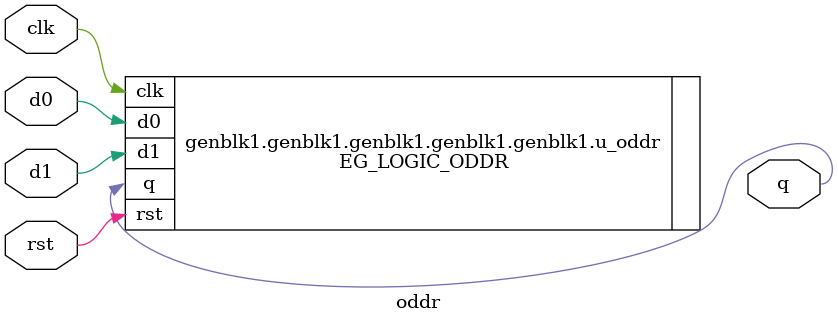
<source format=v>
module lvds_tx
#(
    parameter PROTOCOL = "VESA", // 协议：JEIDA、VESA
    parameter DEVICE = "PH1" ,// "AL3"  "EF1"  "EF2"  "EF3"  "EG4"  "PH1"
    parameter CLOCKINV = 0,      // 时钟极性反转
	parameter DATA0INV = 0,      // 数据0极性反转
	parameter DATA1INV = 0,      // 数据1极性反转
	parameter DATA2INV = 0,      // 数据2极性反转
	parameter DATA3INV = 0,      // 数据3极性反转
	parameter DATA4INV = 0       // 数据4极性反转 
)
(
    // lvds
    output  wire        lvds_clk,
    output  wire [3:0]  lvds_data,
	
    
    // pll
    input   wire        sclk, // sclk = pclk * 3.5
    input   wire        pclk, // sclk = lvds_clk
    input   wire        rst,
    input   wire        re,
    
    // video
    input   wire        vs,
    input   wire        hs,
    input   wire        de,
    input   wire [23:0] rgb
//	input   wire [29:0] rgb
);

localparam na = 0;

reg ren;
reg spen;
reg lvds_clk0;
reg lvds_clk1;
reg [2:0] wcnt;
reg [2:0] rcnt;
wire [7:0] r,g,b;
wire [27:0]	para0;
wire [27:0]	para1;
reg [27:0] para2;
reg [27:0] para3;

//wire [9:0] r,g,b;
//wire [34:0]	para0;
//wire [34:0]	para1;
//reg [34:0] para2;
//reg [34:0] para3;

reg [27:0] ram [0:7];
//reg [34:0] ram [0:7];
reg [6:0] lvds_clk_sft;
reg [6:0] lvds_syn_sft;
reg [13:0] serial_sft0;
reg [13:0] serial_sft1;
reg [13:0] serial_sft2;
reg [13:0] serial_sft3;
reg [13:0] serial_sft4;
reg [13:0] serial_sft5;
reg lvds_data0_0;
reg lvds_data0_1;
reg lvds_data1_0;
reg lvds_data1_1;
reg lvds_data2_0;
reg lvds_data2_1;
reg lvds_data3_0;
reg lvds_data3_1;
reg lvds_data4_0;
reg lvds_data4_1;
reg lvds_data5_0;
reg lvds_data5_1;

assign {r,g,b} = rgb;

// 协议处理
generate
     //VESA协议处理
    if(PROTOCOL == "VESA")
    begin
        assign para0[6:0] = {g[0],r[5:0]};
        assign para0[13:7] = {b[1:0],g[5:1]};
        assign para0[20:14] = {de,vs,hs,b[5:2]};
        assign para0[27:21] = {na,b[7:6],g[7:6],r[7:6]};
    end




//	if(PROTOCOL == "CameraLink")
//    begin
//assign para0[6:0] = {r[8],r[9],g[8],g[9],b[8],b[9],re};
//        assign para0[13:7] = {r[6],r[7],g[6],g[7],b[6],b[7],re};
//        assign para0[20:14] = {b[2],b[3],b[4],b[5],hs,vs,de};
//        assign para0[27:21] = {g[1],g[2],g[3],g[4],g[5],b[0],b[1]};
//        assign para0[34:28] = {r[0],r[1],r[2],r[3],r[4],r[5],g[0]};
//    end
    
    // JEIDA协议处理
    else if(PROTOCOL == "JEIDA")
    begin
        assign para0[6:0] = {g[2],r[7:2]};
        assign para0[13:7] = {b[3:2],g[7:3]};
        assign para0[20:14] = {de,vs,hs,b[7:4]};
        assign para0[27:21] = {na,b[1:0],g[1:0],r[1:0]};
    end
endgenerate

// 写数据地址错开
always@(posedge pclk, posedge rst)
begin
	if(rst)
		wcnt <= 0;
	else
		wcnt <= wcnt + 1;
end

// 数据写入
always@(posedge pclk)
begin
    ram[wcnt] <= para0;
end

// 读数据地址错开
always@(posedge sclk,posedge rst)
begin
	if(rst)
		rcnt <= 4;
	else if(ren)
		rcnt <= rcnt + 1;
end

// 数据输出
assign para1 = ram[rcnt];

// lvds时钟生成
always@(posedge sclk, posedge rst)
begin
	if(rst)
		lvds_clk_sft <= 7'b1100011;
	else
		lvds_clk_sft <= {lvds_clk_sft[4:0],lvds_clk_sft[6:5]};
end

// lvds时钟同步寄存器
always@(posedge sclk, posedge rst)
begin
	if(rst)
		lvds_syn_sft <= 7'b0000001;
	else
		lvds_syn_sft <= {lvds_syn_sft[5:0],lvds_syn_sft[6]};
end

// lvds时钟相位控制
always@(posedge sclk)
begin
	lvds_clk0 <= lvds_clk_sft[6];
	lvds_clk1 <= lvds_clk_sft[5];
end

// 串行时钟数据访问
always@(posedge sclk)
begin
	ren <= |lvds_syn_sft[3:2];
	spen <= lvds_syn_sft[5];
end

// lvds时钟输出
oddr
#(
    .DEVICE (DEVICE     )
)
u_oddr
(
	.clk	(sclk		),
	.rst	(1'b0		),
	.d0		(lvds_clk0	),
	.d1		(lvds_clk1	),
	.q		(lvds_clk	)
);

// 数据延时拼接
always@(posedge sclk)
begin
	para2 <= para1;
	para3 <= para2;
end

// 数据并串转换
always@(posedge sclk)
begin
	if(spen)
	begin
		serial_sft0 <= {para3[6:0],para2[6:0]};
	    serial_sft1 <= {para3[13:7],para2[13:7]};
	    serial_sft2 <= {para3[20:14],para2[20:14]};
	    serial_sft3 <= {para3[27:21],para2[27:21]};
//        serial_sft4 <= {para3[34:28],para2[34:28]};
	end
	else
	begin
		serial_sft0 <= (serial_sft0 << 2);
		serial_sft1 <= (serial_sft1 << 2);
		serial_sft2 <= (serial_sft2 << 2);
		serial_sft3 <= (serial_sft3 << 2);
//        serial_sft4 <= (serial_sft4 << 2);
	end
end

// 提取双边沿发送数据
always@(posedge sclk)
begin
	lvds_data0_0 <= serial_sft0[13];
	lvds_data0_1 <= serial_sft0[12];
	lvds_data1_0 <= serial_sft1[13];
	lvds_data1_1 <= serial_sft1[12];
	lvds_data2_0 <= serial_sft2[13];
	lvds_data2_1 <= serial_sft2[12];
	lvds_data3_0 <= serial_sft3[13];
	lvds_data3_1 <= serial_sft3[12];
  lvds_data4_0 <= serial_sft4[13];
	lvds_data4_1 <= serial_sft4[12];
end

// 双边沿数据输出
oddr
#(
    .DEVICE (DEVICE             )
)
u0_oddr
(
	.clk	(sclk				),
	.rst	(1'b0				),
	.d0		(lvds_data0_0		),
	.d1		(lvds_data0_1		),
	.q		(lvds_data[0]		)
);

// 双边沿数据输出
oddr
#(
    .DEVICE (DEVICE             )
)
u1_oddr
(
	.clk	(sclk				),
	.rst	(1'b0				),
	.d0		(lvds_data1_0		),
	.d1		(lvds_data1_1		),
	.q		(lvds_data[1]		)
);

// 双边沿数据输出
oddr
#(
    .DEVICE (DEVICE             )
)
u2_oddr
(
	.clk	(sclk				),
	.rst	(1'b0				),
	.d0		(lvds_data2_0		),
	.d1		(lvds_data2_1		),
	.q		(lvds_data[2]		)
);

// 双边沿数据输出
oddr
#(
    .DEVICE (DEVICE             )
)
u3_oddr
(
	.clk	(sclk				),
	.rst	(1'b0				),
	.d0		(lvds_data3_0		),
	.d1		(lvds_data3_1		),
	.q		(lvds_data[3]		)
);

// 双边沿数据输出
//oddr
//#(
//    .DEVICE (DEVICE             )
//)
//u4_oddr
//(
//	.clk	(sclk				),
//	.rst	(1'b0				),
//	.d0		(lvds_data4_0		),
//	.d1		(lvds_data4_1		),
//	.q		(lvds_data[4]		)
//);
endmodule

module oddr
#(
    parameter DEVICE = "EG4" // "AL3"  "EF1"  "EF2"  "EF3"  "EG4"  "PH1"
)
(
    input   wire        clk,
    input   wire        rst,
    input   wire        d0,
    input   wire        d1,
    output  wire        q
);

generate
    if(DEVICE == "AL3")
        AL_LOGIC_ODDR u_oddr
        (
            .clk	(clk        ),
            .rst	(rst        ),
            .d1		(d0	        ),
            .d2		(d1	        ),
            .q		(q	        )
        );
    else if(DEVICE == "EF1")
        ELF_LOGIC_ODDR u_oddr
        (
            .clk	(clk        ),
            .rst	(rst        ),
            .d1		(d0	        ),
            .d2		(d1	        ),
            .q		(q	        )
        );
    else if(DEVICE == "EF2")
        EF2_LOGIC_ODDR u_oddr
        (
            .clk	(clk        ),
            .rst	(rst        ),
            .d0		(d0	        ),
            .d1		(d1	        ),
            .q		(q	        )
        );
    else if(DEVICE == "EF3")
        EF3_LOGIC_ODDR u_oddr
        (
            .clk	(clk        ),
            .rst	(rst        ),
            .d0		(d0	        ),
            .d1		(d1	        ),
            .q		(q	        )
        );
    else if(DEVICE == "EG4")
        EG_LOGIC_ODDR u_oddr
        (
            .clk	(clk        ),
            .rst	(rst        ),
            .d0		(d0	        ),
            .d1		(d1	        ),
            .q		(q	        )
        );
    else if(DEVICE == "PH1")
        PH1_LOGIC_ODDR u_oddr
        (
            .clk	(clk        ),
            .rst	(rst        ),
            .d0		(d0	        ),
            .d1		(d1	        ),
            .q		(q	        )
        );
endgenerate

endmodule

</source>
